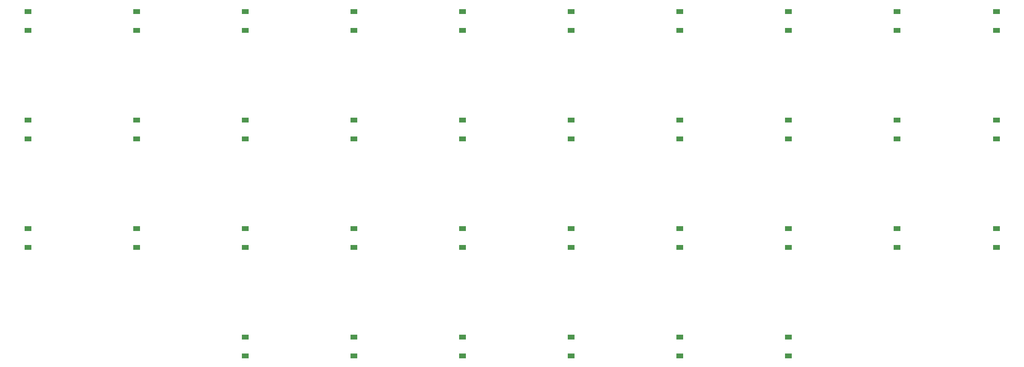
<source format=gbr>
%TF.GenerationSoftware,KiCad,Pcbnew,(5.99.0-9795-gc3c3649211)*%
%TF.CreationDate,2021-06-10T22:06:10-05:00*%
%TF.ProjectId,free10u,66726565-3130-4752-9e6b-696361645f70,rev?*%
%TF.SameCoordinates,Original*%
%TF.FileFunction,Paste,Bot*%
%TF.FilePolarity,Positive*%
%FSLAX46Y46*%
G04 Gerber Fmt 4.6, Leading zero omitted, Abs format (unit mm)*
G04 Created by KiCad (PCBNEW (5.99.0-9795-gc3c3649211)) date 2021-06-10 22:06:10*
%MOMM*%
%LPD*%
G01*
G04 APERTURE LIST*
%ADD10R,1.200000X0.900000*%
G04 APERTURE END LIST*
D10*
%TO.C,D36*%
X169862500Y-121506250D03*
X169862500Y-118206250D03*
%TD*%
%TO.C,D35*%
X150812500Y-121506250D03*
X150812500Y-118206250D03*
%TD*%
%TO.C,D34*%
X131762500Y-121506250D03*
X131762500Y-118206250D03*
%TD*%
%TO.C,D33*%
X112712500Y-121506250D03*
X112712500Y-118206250D03*
%TD*%
%TO.C,D32*%
X93662500Y-121506250D03*
X93662500Y-118206250D03*
%TD*%
%TO.C,D31*%
X74612500Y-121506250D03*
X74612500Y-118206250D03*
%TD*%
%TO.C,D30*%
X206375000Y-102456250D03*
X206375000Y-99156250D03*
%TD*%
%TO.C,D29*%
X188912500Y-102456250D03*
X188912500Y-99156250D03*
%TD*%
%TO.C,D28*%
X169862500Y-102456250D03*
X169862500Y-99156250D03*
%TD*%
%TO.C,D27*%
X150812500Y-102456250D03*
X150812500Y-99156250D03*
%TD*%
%TO.C,D26*%
X131762500Y-102456250D03*
X131762500Y-99156250D03*
%TD*%
%TO.C,D25*%
X112712500Y-102456250D03*
X112712500Y-99156250D03*
%TD*%
%TO.C,D24*%
X93662500Y-102456250D03*
X93662500Y-99156250D03*
%TD*%
%TO.C,D23*%
X74612500Y-102456250D03*
X74612500Y-99156250D03*
%TD*%
%TO.C,D22*%
X55562500Y-102456250D03*
X55562500Y-99156250D03*
%TD*%
%TO.C,D21*%
X36512500Y-102456250D03*
X36512500Y-99156250D03*
%TD*%
%TO.C,D20*%
X206375000Y-83406250D03*
X206375000Y-80106250D03*
%TD*%
%TO.C,D19*%
X188912500Y-83406250D03*
X188912500Y-80106250D03*
%TD*%
%TO.C,D18*%
X169862500Y-83406250D03*
X169862500Y-80106250D03*
%TD*%
%TO.C,D17*%
X150812500Y-83406250D03*
X150812500Y-80106250D03*
%TD*%
%TO.C,D16*%
X131762500Y-83406250D03*
X131762500Y-80106250D03*
%TD*%
%TO.C,D15*%
X112712500Y-83406250D03*
X112712500Y-80106250D03*
%TD*%
%TO.C,D14*%
X93662500Y-83406250D03*
X93662500Y-80106250D03*
%TD*%
%TO.C,D13*%
X74612500Y-83406250D03*
X74612500Y-80106250D03*
%TD*%
%TO.C,D12*%
X55562500Y-83406250D03*
X55562500Y-80106250D03*
%TD*%
%TO.C,D11*%
X36512500Y-83406250D03*
X36512500Y-80106250D03*
%TD*%
%TO.C,D10*%
X206375000Y-64356250D03*
X206375000Y-61056250D03*
%TD*%
%TO.C,D9*%
X188912500Y-64356250D03*
X188912500Y-61056250D03*
%TD*%
%TO.C,D8*%
X169862500Y-64356250D03*
X169862500Y-61056250D03*
%TD*%
%TO.C,D7*%
X150812500Y-64356250D03*
X150812500Y-61056250D03*
%TD*%
%TO.C,D6*%
X131762500Y-64356250D03*
X131762500Y-61056250D03*
%TD*%
%TO.C,D5*%
X112712500Y-64356250D03*
X112712500Y-61056250D03*
%TD*%
%TO.C,D4*%
X93662500Y-64356250D03*
X93662500Y-61056250D03*
%TD*%
%TO.C,D3*%
X74612500Y-64356250D03*
X74612500Y-61056250D03*
%TD*%
%TO.C,D2*%
X55562500Y-64356250D03*
X55562500Y-61056250D03*
%TD*%
%TO.C,D1*%
X36512500Y-64356250D03*
X36512500Y-61056250D03*
%TD*%
M02*

</source>
